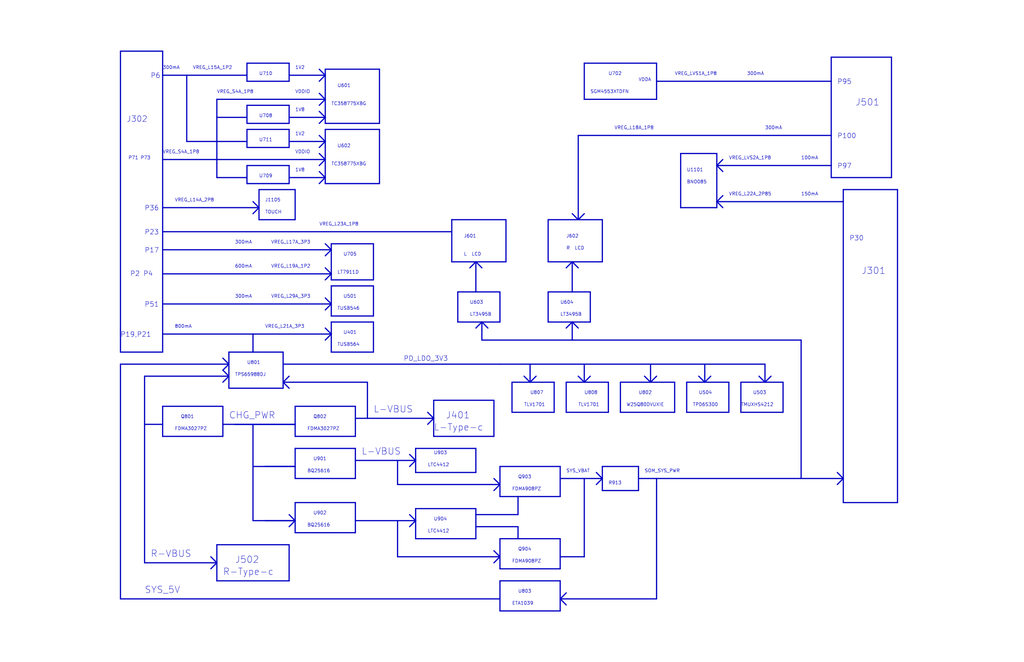
<source format=kicad_sch>
(kicad_sch (version 20211123) (generator eeschema)
  (paper "USLedger")
  (lib_symbols)
  (polyline (pts (xy 302.26 64.77) (xy 302.26 87.63)) (stroke (width 0.508) (type solid)))
  (polyline (pts (xy 350.52 74.93) (xy 350.52 24.13)) (stroke (width 0.508) (type solid)))
  (polyline (pts (xy 241.3 143.51) (xy 241.3 135.89)) (stroke (width 0.508) (type solid)))
  (polyline (pts (xy 167.64 219.71) (xy 167.64 234.95)) (stroke (width 0.508) (type solid)))
  (polyline (pts (xy 276.86 26.67) (xy 276.86 41.91)) (stroke (width 0.508) (type solid)))
  (polyline (pts (xy 134.62 64.77) (xy 137.16 67.31)) (stroke (width 0.508) (type solid)))
  (polyline (pts (xy 231.14 110.49) (xy 231.14 92.71)) (stroke (width 0.508) (type solid)))
  (polyline (pts (xy 139.7 118.11) (xy 157.48 118.11)) (stroke (width 0.508) (type solid)))
  (polyline (pts (xy 236.22 252.73) (xy 238.76 255.27)) (stroke (width 0.508) (type solid)))
  (polyline (pts (xy 238.76 173.99) (xy 256.54 173.99)) (stroke (width 0.508) (type solid)))
  (polyline (pts (xy 121.92 54.61) (xy 121.92 62.23)) (stroke (width 0.508) (type solid)))
  (polyline (pts (xy 220.98 158.75) (xy 223.52 161.29)) (stroke (width 0.508) (type solid)))
  (polyline (pts (xy 160.02 29.21) (xy 137.16 29.21)) (stroke (width 0.508) (type solid)))
  (polyline (pts (xy 322.58 153.67) (xy 210.82 153.67)) (stroke (width 0.508) (type solid)))
  (polyline (pts (xy 60.96 179.07) (xy 68.58 179.07)) (stroke (width 0.508) (type solid)))
  (polyline (pts (xy 121.92 49.53) (xy 137.16 49.53)) (stroke (width 0.508) (type solid)))
  (polyline (pts (xy 261.62 173.99) (xy 261.62 161.29)) (stroke (width 0.508) (type solid)))
  (polyline (pts (xy 213.36 92.71) (xy 190.5 92.71)) (stroke (width 0.508) (type solid)))
  (polyline (pts (xy 68.58 97.79) (xy 190.5 97.79)) (stroke (width 0.508) (type solid)))
  (polyline (pts (xy 124.46 219.71) (xy 121.92 222.25)) (stroke (width 0.508) (type solid)))
  (polyline (pts (xy 238.76 173.99) (xy 238.76 161.29)) (stroke (width 0.508) (type solid)))
  (polyline (pts (xy 307.34 161.29) (xy 289.56 161.29)) (stroke (width 0.508) (type solid)))
  (polyline (pts (xy 210.82 209.55) (xy 210.82 196.85)) (stroke (width 0.508) (type solid)))
  (polyline (pts (xy 208.28 168.91) (xy 182.88 168.91)) (stroke (width 0.508) (type solid)))
  (polyline (pts (xy 121.92 69.85) (xy 121.92 77.47)) (stroke (width 0.508) (type solid)))
  (polyline (pts (xy 157.48 102.87) (xy 139.7 102.87)) (stroke (width 0.508) (type solid)))
  (polyline (pts (xy 180.34 173.99) (xy 182.88 176.53)) (stroke (width 0.508) (type solid)))
  (polyline (pts (xy 223.52 161.29) (xy 223.52 153.67)) (stroke (width 0.508) (type solid)))
  (polyline (pts (xy 294.64 158.75) (xy 297.18 161.29)) (stroke (width 0.508) (type solid)))
  (polyline (pts (xy 149.86 176.53) (xy 182.88 176.53)) (stroke (width 0.508) (type solid)))
  (polyline (pts (xy 350.52 74.93) (xy 375.92 74.93)) (stroke (width 0.508) (type solid)))
  (polyline (pts (xy 231.14 135.89) (xy 248.92 135.89)) (stroke (width 0.508) (type solid)))
  (polyline (pts (xy 91.44 41.91) (xy 137.16 41.91)) (stroke (width 0.508) (type solid)))
  (polyline (pts (xy 137.16 102.87) (xy 139.7 105.41)) (stroke (width 0.508) (type solid)))
  (polyline (pts (xy 193.04 135.89) (xy 210.82 135.89)) (stroke (width 0.508) (type solid)))
  (polyline (pts (xy 231.14 110.49) (xy 254 110.49)) (stroke (width 0.508) (type solid)))
  (polyline (pts (xy 307.34 161.29) (xy 307.34 173.99)) (stroke (width 0.508) (type solid)))
  (polyline (pts (xy 215.9 173.99) (xy 233.68 173.99)) (stroke (width 0.508) (type solid)))
  (polyline (pts (xy 322.58 161.29) (xy 322.58 153.67)) (stroke (width 0.508) (type solid)))
  (polyline (pts (xy 236.22 227.33) (xy 236.22 240.03)) (stroke (width 0.508) (type solid)))
  (polyline (pts (xy 236.22 245.11) (xy 210.82 245.11)) (stroke (width 0.508) (type solid)))
  (polyline (pts (xy 91.44 245.11) (xy 91.44 229.87)) (stroke (width 0.508) (type solid)))
  (polyline (pts (xy 119.38 148.59) (xy 96.52 148.59)) (stroke (width 0.508) (type solid)))
  (polyline (pts (xy 139.7 118.11) (xy 139.7 102.87)) (stroke (width 0.508) (type solid)))
  (polyline (pts (xy 137.16 41.91) (xy 134.62 44.45)) (stroke (width 0.508) (type solid)))
  (polyline (pts (xy 289.56 173.99) (xy 289.56 161.29)) (stroke (width 0.508) (type solid)))
  (polyline (pts (xy 208.28 232.41) (xy 210.82 234.95)) (stroke (width 0.508) (type solid)))
  (polyline (pts (xy 337.82 143.51) (xy 337.82 201.93)) (stroke (width 0.508) (type solid)))
  (polyline (pts (xy 104.14 52.07) (xy 104.14 44.45)) (stroke (width 0.508) (type solid)))
  (polyline (pts (xy 106.68 219.71) (xy 124.46 219.71)) (stroke (width 0.508) (type solid)))
  (polyline (pts (xy 68.58 184.15) (xy 68.58 171.45)) (stroke (width 0.508) (type solid)))
  (polyline (pts (xy 353.06 199.39) (xy 355.6 201.93)) (stroke (width 0.508) (type solid)))
  (polyline (pts (xy 215.9 173.99) (xy 215.9 161.29)) (stroke (width 0.508) (type solid)))
  (polyline (pts (xy 210.82 234.95) (xy 208.28 237.49)) (stroke (width 0.508) (type solid)))
  (polyline (pts (xy 246.38 41.91) (xy 246.38 26.67)) (stroke (width 0.508) (type solid)))
  (polyline (pts (xy 121.92 26.67) (xy 104.14 26.67)) (stroke (width 0.508) (type solid)))
  (polyline (pts (xy 119.38 161.29) (xy 121.92 163.83)) (stroke (width 0.508) (type solid)))
  (polyline (pts (xy 96.52 153.67) (xy 93.98 156.21)) (stroke (width 0.508) (type solid)))
  (polyline (pts (xy 355.6 85.09) (xy 302.26 85.09)) (stroke (width 0.508) (type solid)))
  (polyline (pts (xy 238.76 250.19) (xy 236.22 252.73)) (stroke (width 0.508) (type solid)))
  (polyline (pts (xy 200.66 110.49) (xy 203.2 113.03)) (stroke (width 0.508) (type solid)))
  (polyline (pts (xy 203.2 135.89) (xy 205.74 138.43)) (stroke (width 0.508) (type solid)))
  (polyline (pts (xy 121.92 74.93) (xy 137.16 74.93)) (stroke (width 0.508) (type solid)))
  (polyline (pts (xy 91.44 237.49) (xy 88.9 240.03)) (stroke (width 0.508) (type solid)))
  (polyline (pts (xy 104.14 34.29) (xy 121.92 34.29)) (stroke (width 0.508) (type solid)))
  (polyline (pts (xy 134.62 72.39) (xy 137.16 74.93)) (stroke (width 0.508) (type solid)))
  (polyline (pts (xy 355.6 201.93) (xy 269.24 201.93)) (stroke (width 0.508) (type solid)))
  (polyline (pts (xy 355.6 212.09) (xy 355.6 80.01)) (stroke (width 0.508) (type solid)))
  (polyline (pts (xy 139.7 133.35) (xy 139.7 120.65)) (stroke (width 0.508) (type solid)))
  (polyline (pts (xy 139.7 115.57) (xy 137.16 118.11)) (stroke (width 0.508) (type solid)))
  (polyline (pts (xy 236.22 196.85) (xy 210.82 196.85)) (stroke (width 0.508) (type solid)))
  (polyline (pts (xy 160.02 54.61) (xy 160.02 77.47)) (stroke (width 0.508) (type solid)))
  (polyline (pts (xy 175.26 194.31) (xy 172.72 196.85)) (stroke (width 0.508) (type solid)))
  (polyline (pts (xy 154.94 161.29) (xy 119.38 161.29)) (stroke (width 0.508) (type solid)))
  (polyline (pts (xy 299.72 158.75) (xy 297.18 161.29)) (stroke (width 0.508) (type solid)))
  (polyline (pts (xy 254 201.93) (xy 254 201.93)) (stroke (width 0.508) (type solid)))
  (polyline (pts (xy 287.02 87.63) (xy 287.02 64.77)) (stroke (width 0.508) (type solid)))
  (polyline (pts (xy 149.86 212.09) (xy 124.46 212.09)) (stroke (width 0.508) (type solid)))
  (polyline (pts (xy 137.16 74.93) (xy 134.62 77.47)) (stroke (width 0.508) (type solid)))
  (polyline (pts (xy 254 201.93) (xy 251.46 204.47)) (stroke (width 0.508) (type solid)))
  (polyline (pts (xy 124.46 201.93) (xy 124.46 189.23)) (stroke (width 0.508) (type solid)))
  (polyline (pts (xy 137.16 77.47) (xy 160.02 77.47)) (stroke (width 0.508) (type solid)))
  (polyline (pts (xy 121.92 26.67) (xy 121.92 34.29)) (stroke (width 0.508) (type solid)))
  (polyline (pts (xy 231.14 135.89) (xy 231.14 123.19)) (stroke (width 0.508) (type solid)))
  (polyline (pts (xy 320.04 158.75) (xy 322.58 161.29)) (stroke (width 0.508) (type solid)))
  (polyline (pts (xy 93.98 171.45) (xy 93.98 184.15)) (stroke (width 0.508) (type solid)))
  (polyline (pts (xy 254 207.01) (xy 269.24 207.01)) (stroke (width 0.508) (type solid)))
  (polyline (pts (xy 200.66 110.49) (xy 198.12 113.03)) (stroke (width 0.508) (type solid)))
  (polyline (pts (xy 248.92 158.75) (xy 246.38 161.29)) (stroke (width 0.508) (type solid)))
  (polyline (pts (xy 276.86 201.93) (xy 276.86 252.73)) (stroke (width 0.508) (type solid)))
  (polyline (pts (xy 93.98 179.07) (xy 124.46 179.07)) (stroke (width 0.508) (type solid)))
  (polyline (pts (xy 121.92 158.75) (xy 119.38 161.29)) (stroke (width 0.508) (type solid)))
  (polyline (pts (xy 175.26 227.33) (xy 200.66 227.33)) (stroke (width 0.508) (type solid)))
  (polyline (pts (xy 137.16 31.75) (xy 134.62 34.29)) (stroke (width 0.508) (type solid)))
  (polyline (pts (xy 139.7 148.59) (xy 157.48 148.59)) (stroke (width 0.508) (type solid)))
  (polyline (pts (xy 91.44 41.91) (xy 91.44 67.31)) (stroke (width 0.508) (type solid)))
  (polyline (pts (xy 124.46 224.79) (xy 149.86 224.79)) (stroke (width 0.508) (type solid)))
  (polyline (pts (xy 210.82 252.73) (xy 50.8 252.73)) (stroke (width 0.508) (type solid)))
  (polyline (pts (xy 157.48 102.87) (xy 157.48 118.11)) (stroke (width 0.508) (type solid)))
  (polyline (pts (xy 256.54 161.29) (xy 256.54 173.99)) (stroke (width 0.508) (type solid)))
  (polyline (pts (xy 210.82 257.81) (xy 236.22 257.81)) (stroke (width 0.508) (type solid)))
  (polyline (pts (xy 124.46 80.01) (xy 109.22 80.01)) (stroke (width 0.508) (type solid)))
  (polyline (pts (xy 218.44 222.25) (xy 200.66 222.25)) (stroke (width 0.508) (type solid)))
  (polyline (pts (xy 160.02 29.21) (xy 160.02 52.07)) (stroke (width 0.508) (type solid)))
  (polyline (pts (xy 119.38 148.59) (xy 119.38 163.83)) (stroke (width 0.508) (type solid)))
  (polyline (pts (xy 93.98 171.45) (xy 68.58 171.45)) (stroke (width 0.508) (type solid)))
  (polyline (pts (xy 246.38 41.91) (xy 276.86 41.91)) (stroke (width 0.508) (type solid)))
  (polyline (pts (xy 182.88 184.15) (xy 182.88 168.91)) (stroke (width 0.508) (type solid)))
  (polyline (pts (xy 243.84 92.71) (xy 243.84 57.15)) (stroke (width 0.508) (type solid)))
  (polyline (pts (xy 50.8 148.59) (xy 68.58 148.59)) (stroke (width 0.508) (type solid)))
  (polyline (pts (xy 287.02 87.63) (xy 302.26 87.63)) (stroke (width 0.508) (type solid)))
  (polyline (pts (xy 271.78 158.75) (xy 274.32 161.29)) (stroke (width 0.508) (type solid)))
  (polyline (pts (xy 246.38 201.93) (xy 246.38 234.95)) (stroke (width 0.508) (type solid)))
  (polyline (pts (xy 104.14 62.23) (xy 121.92 62.23)) (stroke (width 0.508) (type solid)))
  (polyline (pts (xy 175.26 219.71) (xy 149.86 219.71)) (stroke (width 0.508) (type solid)))
  (polyline (pts (xy 149.86 171.45) (xy 124.46 171.45)) (stroke (width 0.508) (type solid)))
  (polyline (pts (xy 104.14 52.07) (xy 121.92 52.07)) (stroke (width 0.508) (type solid)))
  (polyline (pts (xy 297.18 161.29) (xy 297.18 153.67)) (stroke (width 0.508) (type solid)))
  (polyline (pts (xy 68.58 105.41) (xy 139.7 105.41)) (stroke (width 0.508) (type solid)))
  (polyline (pts (xy 68.58 31.75) (xy 104.14 31.75)) (stroke (width 0.508) (type solid)))
  (polyline (pts (xy 233.68 161.29) (xy 215.9 161.29)) (stroke (width 0.508) (type solid)))
  (polyline (pts (xy 88.9 234.95) (xy 91.44 237.49)) (stroke (width 0.508) (type solid)))
  (polyline (pts (xy 210.82 204.47) (xy 208.28 207.01)) (stroke (width 0.508) (type solid)))
  (polyline (pts (xy 241.3 90.17) (xy 243.84 92.71)) (stroke (width 0.508) (type solid)))
  (polyline (pts (xy 276.86 252.73) (xy 236.22 252.73)) (stroke (width 0.508) (type solid)))
  (polyline (pts (xy 93.98 151.13) (xy 96.52 153.67)) (stroke (width 0.508) (type solid)))
  (polyline (pts (xy 68.58 140.97) (xy 139.7 140.97)) (stroke (width 0.508) (type solid)))
  (polyline (pts (xy 68.58 21.59) (xy 50.8 21.59)) (stroke (width 0.508) (type solid)))
  (polyline (pts (xy 109.22 87.63) (xy 106.68 90.17)) (stroke (width 0.508) (type solid)))
  (polyline (pts (xy 175.26 219.71) (xy 172.72 222.25)) (stroke (width 0.508) (type solid)))
  (polyline (pts (xy 68.58 87.63) (xy 109.22 87.63)) (stroke (width 0.508) (type solid)))
  (polyline (pts (xy 137.16 138.43) (xy 139.7 140.97)) (stroke (width 0.508) (type solid)))
  (polyline (pts (xy 241.3 110.49) (xy 238.76 113.03)) (stroke (width 0.508) (type solid)))
  (polyline (pts (xy 254 92.71) (xy 231.14 92.71)) (stroke (width 0.508) (type solid)))
  (polyline (pts (xy 96.52 153.67) (xy 50.8 153.67)) (stroke (width 0.508) (type solid)))
  (polyline (pts (xy 330.2 161.29) (xy 330.2 173.99)) (stroke (width 0.508) (type solid)))
  (polyline (pts (xy 121.92 229.87) (xy 121.92 245.11)) (stroke (width 0.508) (type solid)))
  (polyline (pts (xy 121.92 59.69) (xy 137.16 59.69)) (stroke (width 0.508) (type solid)))
  (polyline (pts (xy 254 207.01) (xy 254 196.85)) (stroke (width 0.508) (type solid)))
  (polyline (pts (xy 248.92 123.19) (xy 248.92 135.89)) (stroke (width 0.508) (type solid)))
  (polyline (pts (xy 124.46 201.93) (xy 149.86 201.93)) (stroke (width 0.508) (type solid)))
  (polyline (pts (xy 218.44 217.17) (xy 200.66 217.17)) (stroke (width 0.508) (type solid)))
  (polyline (pts (xy 193.04 135.89) (xy 193.04 123.19)) (stroke (width 0.508) (type solid)))
  (polyline (pts (xy 109.22 92.71) (xy 124.46 92.71)) (stroke (width 0.508) (type solid)))
  (polyline (pts (xy 218.44 209.55) (xy 218.44 217.17)) (stroke (width 0.508) (type solid)))
  (polyline (pts (xy 157.48 135.89) (xy 157.48 148.59)) (stroke (width 0.508) (type solid)))
  (polyline (pts (xy 175.26 199.39) (xy 175.26 189.23)) (stroke (width 0.508) (type solid)))
  (polyline (pts (xy 68.58 128.27) (xy 139.7 128.27)) (stroke (width 0.508) (type solid)))
  (polyline (pts (xy 160.02 54.61) (xy 137.16 54.61)) (stroke (width 0.508) (type solid)))
  (polyline (pts (xy 124.46 224.79) (xy 124.46 212.09)) (stroke (width 0.508) (type solid)))
  (polyline (pts (xy 157.48 120.65) (xy 157.48 133.35)) (stroke (width 0.508) (type solid)))
  (polyline (pts (xy 137.16 59.69) (xy 134.62 62.23)) (stroke (width 0.508) (type solid)))
  (polyline (pts (xy 210.82 123.19) (xy 210.82 135.89)) (stroke (width 0.508) (type solid)))
  (polyline (pts (xy 134.62 39.37) (xy 137.16 41.91)) (stroke (width 0.508) (type solid)))
  (polyline (pts (xy 269.24 196.85) (xy 254 196.85)) (stroke (width 0.508) (type solid)))
  (polyline (pts (xy 104.14 77.47) (xy 104.14 69.85)) (stroke (width 0.508) (type solid)))
  (polyline (pts (xy 236.22 227.33) (xy 210.82 227.33)) (stroke (width 0.508) (type solid)))
  (polyline (pts (xy 137.16 49.53) (xy 134.62 52.07)) (stroke (width 0.508) (type solid)))
  (polyline (pts (xy 139.7 140.97) (xy 137.16 143.51)) (stroke (width 0.508) (type solid)))
  (polyline (pts (xy 68.58 184.15) (xy 93.98 184.15)) (stroke (width 0.508) (type solid)))
  (polyline (pts (xy 200.66 214.63) (xy 200.66 227.33)) (stroke (width 0.508) (type solid)))
  (polyline (pts (xy 241.3 123.19) (xy 241.3 110.49)) (stroke (width 0.508) (type solid)))
  (polyline (pts (xy 149.86 212.09) (xy 149.86 224.79)) (stroke (width 0.508) (type solid)))
  (polyline (pts (xy 60.96 158.75) (xy 60.96 237.49)) (stroke (width 0.508) (type solid)))
  (polyline (pts (xy 137.16 125.73) (xy 139.7 128.27)) (stroke (width 0.508) (type solid)))
  (polyline (pts (xy 134.62 29.21) (xy 137.16 31.75)) (stroke (width 0.508) (type solid)))
  (polyline (pts (xy 302.26 69.85) (xy 304.8 72.39)) (stroke (width 0.508) (type solid)))
  (polyline (pts (xy 241.3 135.89) (xy 238.76 138.43)) (stroke (width 0.508) (type solid)))
  (polyline (pts (xy 149.86 189.23) (xy 124.46 189.23)) (stroke (width 0.508) (type solid)))
  (polyline (pts (xy 246.38 90.17) (xy 243.84 92.71)) (stroke (width 0.508) (type solid)))
  (polyline (pts (xy 210.82 257.81) (xy 210.82 245.11)) (stroke (width 0.508) (type solid)))
  (polyline (pts (xy 121.92 31.75) (xy 137.16 31.75)) (stroke (width 0.508) (type solid)))
  (polyline (pts (xy 182.88 184.15) (xy 208.28 184.15)) (stroke (width 0.508) (type solid)))
  (polyline (pts (xy 302.26 85.09) (xy 304.8 87.63)) (stroke (width 0.508) (type solid)))
  (polyline (pts (xy 246.38 234.95) (xy 236.22 234.95)) (stroke (width 0.508) (type solid)))
  (polyline (pts (xy 78.74 31.75) (xy 78.74 59.69)) (stroke (width 0.508) (type solid)))
  (polyline (pts (xy 121.92 44.45) (xy 104.14 44.45)) (stroke (width 0.508) (type solid)))
  (polyline (pts (xy 121.92 217.17) (xy 124.46 219.71)) (stroke (width 0.508) (type solid)))
  (polyline (pts (xy 274.32 161.29) (xy 274.32 153.67)) (stroke (width 0.508) (type solid)))
  (polyline (pts (xy 330.2 161.29) (xy 312.42 161.29)) (stroke (width 0.508) (type solid)))
  (polyline (pts (xy 190.5 110.49) (xy 190.5 92.71)) (stroke (width 0.508) (type solid)))
  (polyline (pts (xy 124.46 184.15) (xy 124.46 171.45)) (stroke (width 0.508) (type solid)))
  (polyline (pts (xy 106.68 179.07) (xy 106.68 219.71)) (stroke (width 0.508) (type solid)))
  (polyline (pts (xy 243.84 158.75) (xy 246.38 161.29)) (stroke (width 0.508) (type solid)))
  (polyline (pts (xy 190.5 110.49) (xy 213.36 110.49)) (stroke (width 0.508) (type solid)))
  (polyline (pts (xy 96.52 158.75) (xy 93.98 161.29)) (stroke (width 0.508) (type solid)))
  (polyline (pts (xy 137.16 77.47) (xy 137.16 54.61)) (stroke (width 0.508) (type solid)))
  (polyline (pts (xy 137.16 67.31) (xy 134.62 69.85)) (stroke (width 0.508) (type solid)))
  (polyline (pts (xy 210.82 234.95) (xy 167.64 234.95)) (stroke (width 0.508) (type solid)))
  (polyline (pts (xy 378.46 80.01) (xy 355.6 80.01)) (stroke (width 0.508) (type solid)))
  (polyline (pts (xy 304.8 82.55) (xy 302.26 85.09)) (stroke (width 0.508) (type solid)))
  (polyline (pts (xy 350.52 57.15) (xy 243.84 57.15)) (stroke (width 0.508) (type solid)))
  (polyline (pts (xy 121.92 229.87) (xy 91.44 229.87)) (stroke (width 0.508) (type solid)))
  (polyline (pts (xy 284.48 161.29) (xy 261.62 161.29)) (stroke (width 0.508) (type solid)))
  (polyline (pts (xy 312.42 173.99) (xy 330.2 173.99)) (stroke (width 0.508) (type solid)))
  (polyline (pts (xy 218.44 222.25) (xy 218.44 227.33)) (stroke (width 0.508) (type solid)))
  (polyline (pts (xy 236.22 245.11) (xy 236.22 257.81)) (stroke (width 0.508) (type solid)))
  (polyline (pts (xy 289.56 173.99) (xy 307.34 173.99)) (stroke (width 0.508) (type solid)))
  (polyline (pts (xy 254 92.71) (xy 254 110.49)) (stroke (width 0.508) (type solid)))
  (polyline (pts (xy 68.58 21.59) (xy 68.58 148.59)) (stroke (width 0.508) (type solid)))
  (polyline (pts (xy 200.66 214.63) (xy 175.26 214.63)) (stroke (width 0.508) (type solid)))
  (polyline (pts (xy 139.7 105.41) (xy 137.16 107.95)) (stroke (width 0.508) (type solid)))
  (polyline (pts (xy 256.54 161.29) (xy 238.76 161.29)) (stroke (width 0.508) (type solid)))
  (polyline (pts (xy 78.74 59.69) (xy 104.14 59.69)) (stroke (width 0.508) (type solid)))
  (polyline (pts (xy 96.52 158.75) (xy 60.96 158.75)) (stroke (width 0.508) (type solid)))
  (polyline (pts (xy 375.92 24.13) (xy 375.92 74.93)) (stroke (width 0.508) (type solid)))
  (polyline (pts (xy 109.22 92.71) (xy 109.22 80.01)) (stroke (width 0.508) (type solid)))
  (polyline (pts (xy 50.8 153.67) (xy 50.8 252.73)) (stroke (width 0.508) (type solid)))
  (polyline (pts (xy 276.86 26.67) (xy 246.38 26.67)) (stroke (width 0.508) (type solid)))
  (polyline (pts (xy 134.62 57.15) (xy 137.16 59.69)) (stroke (width 0.508) (type solid)))
  (polyline (pts (xy 208.28 168.91) (xy 208.28 184.15)) (stroke (width 0.508) (type solid)))
  (polyline (pts (xy 200.66 189.23) (xy 175.26 189.23)) (stroke (width 0.508) (type solid)))
  (polyline (pts (xy 68.58 67.31) (xy 137.16 67.31)) (stroke (width 0.508) (type solid)))
  (polyline (pts (xy 203.2 143.51) (xy 203.2 135.89)) (stroke (width 0.508) (type solid)))
  (polyline (pts (xy 172.72 191.77) (xy 175.26 194.31)) (stroke (width 0.508) (type solid)))
  (polyline (pts (xy 104.14 62.23) (xy 104.14 54.61)) (stroke (width 0.508) (type solid)))
  (polyline (pts (xy 106.68 196.85) (xy 124.46 196.85)) (stroke (width 0.508) (type solid)))
  (polyline (pts (xy 91.44 49.53) (xy 104.14 49.53)) (stroke (width 0.508) (type solid)))
  (polyline (pts (xy 312.42 173.99) (xy 312.42 161.29)) (stroke (width 0.508) (type solid)))
  (polyline (pts (xy 302.26 64.77) (xy 287.02 64.77)) (stroke (width 0.508) (type solid)))
  (polyline (pts (xy 182.88 176.53) (xy 180.34 179.07)) (stroke (width 0.508) (type solid)))
  (polyline (pts (xy 276.86 34.29) (xy 350.52 34.29)) (stroke (width 0.508) (type solid)))
  (polyline (pts (xy 236.22 196.85) (xy 236.22 209.55)) (stroke (width 0.508) (type solid)))
  (polyline (pts (xy 134.62 46.99) (xy 137.16 49.53)) (stroke (width 0.508) (type solid)))
  (polyline (pts (xy 355.6 201.93) (xy 353.06 204.47)) (stroke (width 0.508) (type solid)))
  (polyline (pts (xy 210.82 240.03) (xy 236.22 240.03)) (stroke (width 0.508) (type solid)))
  (polyline (pts (xy 111.76 219.71) (xy 124.46 219.71)) (stroke (width 0.508) (type solid)))
  (polyline (pts (xy 325.12 158.75) (xy 322.58 161.29)) (stroke (width 0.508) (type solid)))
  (polyline (pts (xy 106.68 85.09) (xy 109.22 87.63)) (stroke (width 0.508) (type solid)))
  (polyline (pts (xy 203.2 135.89) (xy 200.66 138.43)) (stroke (width 0.508) (type solid)))
  (polyline (pts (xy 175.26 194.31) (xy 149.86 194.31)) (stroke (width 0.508) (type solid)))
  (polyline (pts (xy 284.48 161.29) (xy 284.48 173.99)) (stroke (width 0.508) (type solid)))
  (polyline (pts (xy 91.44 67.31) (xy 91.44 74.93)) (stroke (width 0.508) (type solid)))
  (polyline (pts (xy 210.82 153.67) (xy 119.38 153.67)) (stroke (width 0.508) (type solid)))
  (polyline (pts (xy 233.68 161.29) (xy 233.68 173.99)) (stroke (width 0.508) (type solid)))
  (polyline (pts (xy 93.98 156.21) (xy 96.52 158.75)) (stroke (width 0.508) (type solid)))
  (polyline (pts (xy 96.52 163.83) (xy 119.38 163.83)) (stroke (width 0.508) (type solid)))
  (polyline (pts (xy 210.82 240.03) (xy 210.82 227.33)) (stroke (width 0.508) (type solid)))
  (polyline (pts (xy 378.46 80.01) (xy 378.46 212.09)) (stroke (width 0.508) (type solid)))
  (polyline (pts (xy 154.94 161.29) (xy 154.94 176.53)) (stroke (width 0.508) (type solid)))
  (polyline (pts (xy 124.46 184.15) (xy 149.86 184.15)) (stroke (width 0.508) (type solid)))
  (polyline (pts (xy 246.38 161.29) (xy 246.38 153.67)) (stroke (width 0.508) (type solid)))
  (polyline (pts (xy 124.46 80.01) (xy 124.46 92.71)) (stroke (width 0.508) (type solid)))
  (polyline (pts (xy 137.16 52.07) (xy 160.02 52.07)) (stroke (width 0.508) (type solid)))
  (polyline (pts (xy 149.86 189.23) (xy 149.86 201.93)) (stroke (width 0.508) (type solid)))
  (polyline (pts (xy 251.46 199.39) (xy 254 201.93)) (stroke (width 0.508) (type solid)))
  (polyline (pts (xy 60.96 237.49) (xy 91.44 237.49)) (stroke (width 0.508) (type solid)))
  (polyline (pts (xy 241.3 110.49) (xy 243.84 113.03)) (stroke (width 0.508) (type solid)))
  (polyline (pts (xy 200.66 189.23) (xy 200.66 199.39)) (stroke (width 0.508) (type solid)))
  (polyline (pts (xy 121.92 54.61) (xy 104.14 54.61)) (stroke (width 0.508) (type solid)))
  (polyline (pts (xy 121.92 69.85) (xy 104.14 69.85)) (stroke (width 0.508) (type solid)))
  (polyline (pts (xy 210.82 209.55) (xy 236.22 209.55)) (stroke (width 0.508) (type solid)))
  (polyline (pts (xy 91.44 245.11) (xy 121.92 245.11)) (stroke (width 0.508) (type solid)))
  (polyline (pts (xy 104.14 34.29) (xy 104.14 26.67)) (stroke (width 0.508) (type solid)))
  (polyline (pts (xy 210.82 123.19) (xy 193.04 123.19)) (stroke (width 0.508) (type solid)))
  (polyline (pts (xy 254 201.93) (xy 236.22 201.93)) (stroke (width 0.508) (type solid)))
  (polyline (pts (xy 172.72 217.17) (xy 175.26 219.71)) (stroke (width 0.508) (type solid)))
  (polyline (pts (xy 91.44 74.93) (xy 104.14 74.93)) (stroke (width 0.508) (type solid)))
  (polyline (pts (xy 111.76 196.85) (xy 124.46 196.85)) (stroke (width 0.508) (type solid)))
  (polyline (pts (xy 261.62 173.99) (xy 284.48 173.99)) (stroke (width 0.508) (type solid)))
  (polyline (pts (xy 226.06 158.75) (xy 223.52 161.29)) (stroke (width 0.508) (type solid)))
  (polyline (pts (xy 355.6 212.09) (xy 378.46 212.09)) (stroke (width 0.508) (type solid)))
  (polyline (pts (xy 137.16 52.07) (xy 137.16 29.21)) (stroke (width 0.508) (type solid)))
  (polyline (pts (xy 137.16 113.03) (xy 139.7 115.57)) (stroke (width 0.508) (type solid)))
  (polyline (pts (xy 248.92 123.19) (xy 231.14 123.19)) (stroke (width 0.508) (type solid)))
  (polyline (pts (xy 139.7 148.59) (xy 139.7 135.89)) (stroke (width 0.508) (type solid)))
  (polyline (pts (xy 167.64 194.31) (xy 167.64 204.47)) (stroke (width 0.508) (type solid)))
  (polyline (pts (xy 350.52 69.85) (xy 302.26 69.85)) (stroke (width 0.508) (type solid)))
  (polyline (pts (xy 106.68 140.97) (xy 106.68 148.59)) (stroke (width 0.508) (type solid)))
  (polyline (pts (xy 337.82 143.51) (xy 203.2 143.51)) (stroke (width 0.508) (type solid)))
  (polyline (pts (xy 157.48 120.65) (xy 139.7 120.65)) (stroke (width 0.508) (type solid)))
  (polyline (pts (xy 121.92 44.45) (xy 121.92 52.07)) (stroke (width 0.508) (type solid)))
  (polyline (pts (xy 210.82 204.47) (xy 167.64 204.47)) (stroke (width 0.508) (type solid)))
  (polyline (pts (xy 157.48 135.89) (xy 139.7 135.89)) (stroke (width 0.508) (type solid)))
  (polyline (pts (xy 104.14 77.47) (xy 121.92 77.47)) (stroke (width 0.508) (type solid)))
  (polyline (pts (xy 276.86 158.75) (xy 274.32 161.29)) (stroke (width 0.508) (type solid)))
  (polyline (pts (xy 200.66 123.19) (xy 200.66 110.49)) (stroke (width 0.508) (type solid)))
  (polyline (pts (xy 139.7 128.27) (xy 137.16 130.81)) (stroke (width 0.508) (type solid)))
  (polyline (pts (xy 96.52 163.83) (xy 96.52 148.59)) (stroke (width 0.508) (type solid)))
  (polyline (pts (xy 139.7 133.35) (xy 157.48 133.35)) (stroke (width 0.508) (type solid)))
  (polyline (pts (xy 208.28 201.93) (xy 210.82 204.47)) (stroke (width 0.508) (type solid)))
  (polyline (pts (xy 213.36 92.71) (xy 213.36 110.49)) (stroke (width 0.508) (type solid)))
  (polyline (pts (xy 375.92 24.13) (xy 350.52 24.13)) (stroke (width 0.508) (type solid)))
  (polyline (pts (xy 241.3 135.89) (xy 243.84 138.43)) (stroke (width 0.508) (type solid)))
  (polyline (pts (xy 50.8 148.59) (xy 50.8 21.59)) (stroke (width 0.508) (type solid)))
  (polyline (pts (xy 304.8 67.31) (xy 302.26 69.85)) (stroke (width 0.508) (type solid)))
  (polyline (pts (xy 175.26 227.33) (xy 175.26 214.63)) (stroke (width 0.508) (type solid)))
  (polyline (pts (xy 149.86 171.45) (xy 149.86 184.15)) (stroke (width 0.508) (type solid)))
  (polyline (pts (xy 175.26 199.39) (xy 200.66 199.39)) (stroke (width 0.508) (type solid)))
  (polyline (pts (xy 269.24 196.85) (xy 269.24 207.01)) (stroke (width 0.508) (type solid)))
  (polyline (pts (xy 99.06 179.07) (xy 124.46 179.07)) (stroke (width 0.508) (type solid)))
  (polyline (pts (xy 68.58 115.57) (xy 139.7 115.57)) (stroke (width 0.508) (type solid)))
  (text "L-VBUS" (at 157.48 174.498 180) (effects (font (size 2.794 2.794)) (justify left bottom)))
  (text "300mA" (at 68.58 29.464 180) (effects (font (size 1.397 1.397)) (justify left bottom)))
  (text "SYS_5V" (at 60.96 250.698 180) (effects (font (size 2.794 2.794)) (justify left bottom)))
  (text "U710" (at 109.22 32.004 180) (effects (font (size 1.397 1.397)) (justify left bottom)))
  (text "VREG_L14A_2P8" (at 73.66 85.344 180) (effects (font (size 1.397 1.397)) (justify left bottom)))
  (text "LT3495B" (at 236.22 133.604 180) (effects (font (size 1.397 1.397)) (justify left bottom)))
  (text "300mA" (at 322.58 54.864 180) (effects (font (size 1.397 1.397)) (justify left bottom)))
  (text "U601" (at 142.24 37.084 180) (effects (font (size 1.397 1.397)) (justify left bottom)))
  (text "VREG_LVS2A_1P8" (at 307.34 67.564 180) (effects (font (size 1.397 1.397)) (justify left bottom)))
  (text "TOUCH" (at 111.76 90.424 180) (effects (font (size 1.397 1.397)) (justify left bottom)))
  (text "BQ25616" (at 129.54 222.504 180) (effects (font (size 1.397 1.397)) (justify left bottom)))
  (text "U705" (at 144.78 108.204 180) (effects (font (size 1.397 1.397)) (justify left bottom)))
  (text "P23" (at 60.96 99.314 180) (effects (font (size 2.032 2.032)) (justify left bottom)))
  (text "U807" (at 223.52 166.624 180) (effects (font (size 1.397 1.397)) (justify left bottom)))
  (text "U504" (at 294.64 166.624 180) (effects (font (size 1.397 1.397)) (justify left bottom)))
  (text "Q903" (at 218.44 202.184 180) (effects (font (size 1.397 1.397)) (justify left bottom)))
  (text "L-Type-c" (at 182.88 182.118 180) (effects (font (size 2.794 2.794)) (justify left bottom)))
  (text "TC358775XBG" (at 139.7 44.704 180) (effects (font (size 1.397 1.397)) (justify left bottom)))
  (text "CHG_PWR" (at 96.52 177.038 180) (effects (font (size 2.794 2.794)) (justify left bottom)))
  (text "W25Q80DVUXIE" (at 264.16 171.704 180) (effects (font (size 1.397 1.397)) (justify left bottom)))
  (text "PD_LDO_3V3" (at 170.18 152.654 180) (effects (font (size 2.032 2.032)) (justify left bottom)))
  (text "VREG_L17A_3P3" (at 114.3 103.124 180) (effects (font (size 1.397 1.397)) (justify left bottom)))
  (text "R-VBUS" (at 63.5 235.458 180) (effects (font (size 2.794 2.794)) (justify left bottom)))
  (text "U903" (at 182.88 192.024 180) (effects (font (size 1.397 1.397)) (justify left bottom)))
  (text "VDDIO" (at 124.46 65.024 180) (effects (font (size 1.397 1.397)) (justify left bottom)))
  (text "LT7911D" (at 142.24 115.824 180) (effects (font (size 1.397 1.397)) (justify left bottom)))
  (text "VDDIO" (at 124.46 39.624 180) (effects (font (size 1.397 1.397)) (justify left bottom)))
  (text "FDMA3027PZ" (at 129.54 181.864 180) (effects (font (size 1.397 1.397)) (justify left bottom)))
  (text "P97" (at 353.06 71.374 180) (effects (font (size 2.032 2.032)) (justify left bottom)))
  (text "150mA" (at 337.82 82.804 180) (effects (font (size 1.397 1.397)) (justify left bottom)))
  (text "P100" (at 353.06 58.674 180) (effects (font (size 2.032 2.032)) (justify left bottom)))
  (text "TUSB546" (at 142.24 131.064 180) (effects (font (size 1.397 1.397)) (justify left bottom)))
  (text "Q904" (at 218.44 232.664 180) (effects (font (size 1.397 1.397)) (justify left bottom)))
  (text "U711" (at 109.22 59.944 180) (effects (font (size 1.397 1.397)) (justify left bottom)))
  (text "LTC4412" (at 180.34 225.044 180) (effects (font (size 1.397 1.397)) (justify left bottom)))
  (text "U503" (at 317.5 166.624 180) (effects (font (size 1.397 1.397)) (justify left bottom)))
  (text "VREG_L22A_2P85" (at 307.34 82.804 180) (effects (font (size 1.397 1.397)) (justify left bottom)))
  (text "TC358775XBG" (at 139.7 70.104 180) (effects (font (size 1.397 1.397)) (justify left bottom)))
  (text "U801" (at 104.14 153.924 180) (effects (font (size 1.397 1.397)) (justify left bottom)))
  (text "U709" (at 109.22 75.184 180) (effects (font (size 1.397 1.397)) (justify left bottom)))
  (text "J501" (at 360.68 44.958 180) (effects (font (size 2.794 2.794)) (justify left bottom)))
  (text "J301" (at 363.22 116.078 180) (effects (font (size 2.794 2.794)) (justify left bottom)))
  (text "VREG_L19A_1P2" (at 114.3 113.284 180) (effects (font (size 1.397 1.397)) (justify left bottom)))
  (text "LTC4412" (at 180.34 197.104 180) (effects (font (size 1.397 1.397)) (justify left bottom)))
  (text "FDMA908PZ" (at 215.9 207.264 180) (effects (font (size 1.397 1.397)) (justify left bottom)))
  (text "VREG_L18A_1P8" (at 259.08 54.864 180) (effects (font (size 1.397 1.397)) (justify left bottom)))
  (text "P71 P73" (at 54.102 67.564 180) (effects (font (size 1.397 1.397)) (justify left bottom)))
  (text "P6" (at 63.5 33.274 180) (effects (font (size 2.032 2.032)) (justify left bottom)))
  (text "600mA" (at 99.06 113.284 180) (effects (font (size 1.397 1.397)) (justify left bottom)))
  (text "Q802" (at 132.08 176.784 180) (effects (font (size 1.397 1.397)) (justify left bottom)))
  (text "P51" (at 60.96 129.794 180) (effects (font (size 2.032 2.032)) (justify left bottom)))
  (text "SYS_VBAT" (at 238.76 199.644 180) (effects (font (size 1.397 1.397)) (justify left bottom)))
  (text "U802" (at 269.24 166.624 180) (effects (font (size 1.397 1.397)) (justify left bottom)))
  (text "SOM_SYS_PWR" (at 271.78 199.644 180) (effects (font (size 1.397 1.397)) (justify left bottom)))
  (text "P2 P4" (at 54.864 116.84 180) (effects (font (size 2.032 2.032)) (justify left bottom)))
  (text "U702" (at 256.54 32.004 180) (effects (font (size 1.397 1.397)) (justify left bottom)))
  (text "300mA" (at 99.06 125.984 180) (effects (font (size 1.397 1.397)) (justify left bottom)))
  (text "P30" (at 358.14 101.854 180) (effects (font (size 2.032 2.032)) (justify left bottom)))
  (text "J401" (at 187.96 177.038 180) (effects (font (size 2.794 2.794)) (justify left bottom)))
  (text "1V8" (at 124.46 47.244 180) (effects (font (size 1.397 1.397)) (justify left bottom)))
  (text "P36" (at 60.96 89.154 180) (effects (font (size 2.032 2.032)) (justify left bottom)))
  (text "R913" (at 256.54 204.724 180) (effects (font (size 1.397 1.397)) (justify left bottom)))
  (text "VREG_L23A_1P8" (at 134.62 95.504 180) (effects (font (size 1.397 1.397)) (justify left bottom)))
  (text "FDMA908PZ" (at 215.9 237.744 180) (effects (font (size 1.397 1.397)) (justify left bottom)))
  (text "BQ25616" (at 129.54 199.644 180) (effects (font (size 1.397 1.397)) (justify left bottom)))
  (text "VDDA" (at 269.24 34.544 180) (effects (font (size 1.397 1.397)) (justify left bottom)))
  (text "U602" (at 142.24 62.484 180) (effects (font (size 1.397 1.397)) (justify left bottom)))
  (text "1V2" (at 124.46 57.404 180) (effects (font (size 1.397 1.397)) (justify left bottom)))
  (text "J1105" (at 111.76 85.344 180) (effects (font (size 1.397 1.397)) (justify left bottom)))
  (text "U902" (at 132.08 217.424 180) (effects (font (size 1.397 1.397)) (justify left bottom)))
  (text "1V2" (at 124.46 29.464 180) (effects (font (size 1.397 1.397)) (justify left bottom)))
  (text "U901" (at 132.08 194.564 180) (effects (font (size 1.397 1.397)) (justify left bottom)))
  (text "FDMA3027PZ" (at 73.66 181.864 180) (effects (font (size 1.397 1.397)) (justify left bottom)))
  (text "VREG_L15A_1P2" (at 81.28 29.464 180) (effects (font (size 1.397 1.397)) (justify left bottom)))
  (text "VREG_LVS1A_1P8" (at 284.48 32.004 180) (effects (font (size 1.397 1.397)) (justify left bottom)))
  (text "VREG_L21A_3P3" (at 111.76 138.684 180) (effects (font (size 1.397 1.397)) (justify left bottom)))
  (text "SGM4553XTDFN" (at 248.92 39.624 180) (effects (font (size 1.397 1.397)) (justify left bottom)))
  (text "U603" (at 198.12 128.524 180) (effects (font (size 1.397 1.397)) (justify left bottom)))
  (text "LT3495B" (at 198.12 133.604 180) (effects (font (size 1.397 1.397)) (justify left bottom)))
  (text "J502" (at 99.06 237.998 180) (effects (font (size 2.794 2.794)) (justify left bottom)))
  (text "TPS65988DJ" (at 99.06 159.004 180) (effects (font (size 1.397 1.397)) (justify left bottom)))
  (text "VREG_S4A_1P8" (at 68.58 65.024 180) (effects (font (size 1.397 1.397)) (justify left bottom)))
  (text "U501" (at 144.78 125.984 180) (effects (font (size 1.397 1.397)) (justify left bottom)))
  (text "U808" (at 246.38 166.624 180) (effects (font (size 1.397 1.397)) (justify left bottom)))
  (text "TLV1701" (at 220.98 171.704 180) (effects (font (size 1.397 1.397)) (justify left bottom)))
  (text "300mA" (at 314.96 32.004 180) (effects (font (size 1.397 1.397)) (justify left bottom)))
  (text "VREG_L29A_3P3" (at 114.3 125.984 180) (effects (font (size 1.397 1.397)) (justify left bottom)))
  (text "TLV1701" (at 243.84 171.704 180) (effects (font (size 1.397 1.397)) (justify left bottom)))
  (text "100mA" (at 337.82 67.564 180) (effects (font (size 1.397 1.397)) (justify left bottom)))
  (text "1V8" (at 124.46 72.644 180) (effects (font (size 1.397 1.397)) (justify left bottom)))
  (text "U708" (at 109.22 49.784 180) (effects (font (size 1.397 1.397)) (justify left bottom)))
  (text "300mA" (at 99.06 103.124 180) (effects (font (size 1.397 1.397)) (justify left bottom)))
  (text "L-VBUS" (at 152.4 192.278 180) (effects (font (size 2.794 2.794)) (justify left bottom)))
  (text "R-Type-c" (at 93.98 243.078 180) (effects (font (size 2.794 2.794)) (justify left bottom)))
  (text "TUSB564" (at 142.24 146.304 180) (effects (font (size 1.397 1.397)) (justify left bottom)))
  (text "VREG_S4A_1P8" (at 91.44 39.624 180) (effects (font (size 1.397 1.397)) (justify left bottom)))
  (text "U904" (at 182.88 219.964 180) (effects (font (size 1.397 1.397)) (justify left bottom)))
  (text "BNO085" (at 289.56 77.724 180) (effects (font (size 1.397 1.397)) (justify left bottom)))
  (text "U401" (at 144.78 141.224 180) (effects (font (size 1.397 1.397)) (justify left bottom)))
  (text "TPD6S300" (at 292.1 171.704 180) (effects (font (size 1.397 1.397)) (justify left bottom)))
  (text "J601" (at 195.58 100.584 180) (effects (font (size 1.397 1.397)) (justify left bottom)))
  (text "R  LCD" (at 238.76 105.664 180) (effects (font (size 1.397 1.397)) (justify left bottom)))
  (text "ETA1039" (at 215.9 255.524 180) (effects (font (size 1.397 1.397)) (justify left bottom)))
  (text "L  LCD" (at 195.58 108.204 180) (effects (font (size 1.397 1.397)) (justify left bottom)))
  (text "800mA" (at 73.66 138.684 180) (effects (font (size 1.397 1.397)) (justify left bottom)))
  (text "J302" (at 53.34 51.816 180) (effects (font (size 2.413 2.413)) (justify left bottom)))
  (text "Q801" (at 76.2 176.784 180) (effects (font (size 1.397 1.397)) (justify left bottom)))
  (text "P19,P21" (at 50.8 142.494 180) (effects (font (size 2.032 2.032)) (justify left bottom)))
  (text "TMUXHS4212" (at 312.42 171.704 180) (effects (font (size 1.397 1.397)) (justify left bottom)))
  (text "P17" (at 60.96 106.934 180) (effects (font (size 2.032 2.032)) (justify left bottom)))
  (text "J602" (at 238.76 100.584 180) (effects (font (size 1.397 1.397)) (justify left bottom)))
  (text "U803" (at 218.44 250.444 180) (effects (font (size 1.397 1.397)) (justify left bottom)))
  (text "U1101" (at 289.56 72.644 180) (effects (font (size 1.397 1.397)) (justify left bottom)))
  (text "U604" (at 236.22 128.524 180) (effects (font (size 1.397 1.397)) (justify left bottom)))
  (text "P95" (at 353.06 35.814 180) (effects (font (size 2.032 2.032)) (justify left bottom)))
)
</source>
